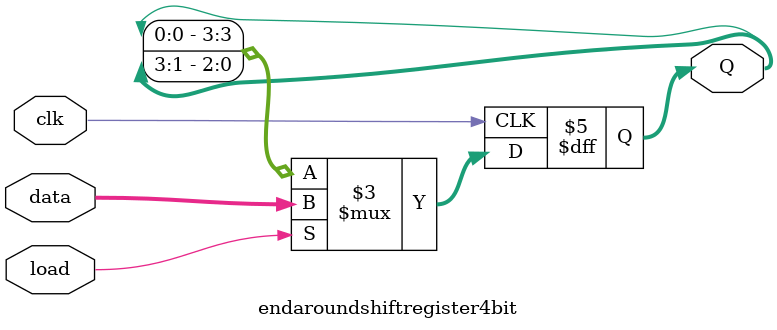
<source format=v>
module endaroundshiftregister4bit(clk, load, data, Q);

             input clk, load;
             input [3:0] data;
             output reg [3:0] Q;
             
             always @(posedge clk)
             begin
                     if (load) Q <= data;
                     else
                           Q <= {Q[0], Q[3:1]};
                           
             
             end
endmodule             
</source>
